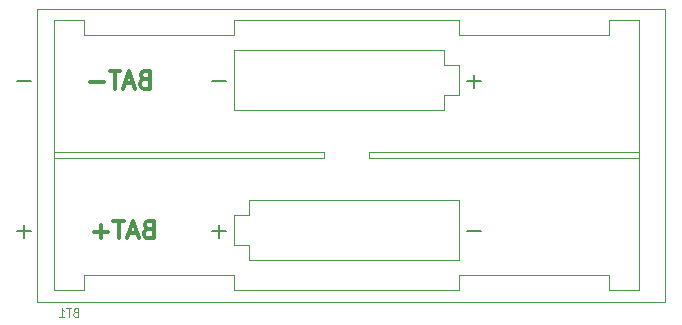
<source format=gbo>
G04 #@! TF.FileFunction,Legend,Bot*
%FSLAX46Y46*%
G04 Gerber Fmt 4.6, Leading zero omitted, Abs format (unit mm)*
G04 Created by KiCad (PCBNEW 4.0.7-e0-6372~58~ubuntu16.10.1) date Sun Jan  7 20:34:22 2018*
%MOMM*%
%LPD*%
G01*
G04 APERTURE LIST*
%ADD10C,0.100000*%
%ADD11C,0.300000*%
%ADD12C,0.120000*%
%ADD13C,0.150000*%
G04 APERTURE END LIST*
D10*
D11*
X139815714Y-101212857D02*
X139601428Y-101284286D01*
X139530000Y-101355714D01*
X139458571Y-101498571D01*
X139458571Y-101712857D01*
X139530000Y-101855714D01*
X139601428Y-101927143D01*
X139744286Y-101998571D01*
X140315714Y-101998571D01*
X140315714Y-100498571D01*
X139815714Y-100498571D01*
X139672857Y-100570000D01*
X139601428Y-100641429D01*
X139530000Y-100784286D01*
X139530000Y-100927143D01*
X139601428Y-101070000D01*
X139672857Y-101141429D01*
X139815714Y-101212857D01*
X140315714Y-101212857D01*
X138887143Y-101570000D02*
X138172857Y-101570000D01*
X139030000Y-101998571D02*
X138530000Y-100498571D01*
X138030000Y-101998571D01*
X137744286Y-100498571D02*
X136887143Y-100498571D01*
X137315714Y-101998571D02*
X137315714Y-100498571D01*
X136387143Y-101427143D02*
X135244286Y-101427143D01*
X135815715Y-101998571D02*
X135815715Y-100855714D01*
X139505714Y-88522857D02*
X139291428Y-88594286D01*
X139220000Y-88665714D01*
X139148571Y-88808571D01*
X139148571Y-89022857D01*
X139220000Y-89165714D01*
X139291428Y-89237143D01*
X139434286Y-89308571D01*
X140005714Y-89308571D01*
X140005714Y-87808571D01*
X139505714Y-87808571D01*
X139362857Y-87880000D01*
X139291428Y-87951429D01*
X139220000Y-88094286D01*
X139220000Y-88237143D01*
X139291428Y-88380000D01*
X139362857Y-88451429D01*
X139505714Y-88522857D01*
X140005714Y-88522857D01*
X138577143Y-88880000D02*
X137862857Y-88880000D01*
X138720000Y-89308571D02*
X138220000Y-87808571D01*
X137720000Y-89308571D01*
X137434286Y-87808571D02*
X136577143Y-87808571D01*
X137005714Y-89308571D02*
X137005714Y-87808571D01*
X136077143Y-88737143D02*
X134934286Y-88737143D01*
D12*
X183614000Y-82549500D02*
X183614000Y-107349500D01*
X130414000Y-82549500D02*
X183614000Y-82549500D01*
X130414000Y-107349500D02*
X130414000Y-82549500D01*
X183614000Y-107349500D02*
X130414000Y-107349500D01*
X147084000Y-86059500D02*
X147084000Y-91139500D01*
X147084000Y-91139500D02*
X164864000Y-91139500D01*
X164864000Y-91139500D02*
X164864000Y-89869500D01*
X164864000Y-89869500D02*
X166134000Y-89869500D01*
X166134000Y-89869500D02*
X166134000Y-87329500D01*
X166134000Y-87329500D02*
X164864000Y-87329500D01*
X164864000Y-87329500D02*
X164864000Y-86059500D01*
X164864000Y-86059500D02*
X147084000Y-86059500D01*
X166134000Y-102569500D02*
X166134000Y-98759500D01*
X166134000Y-98759500D02*
X148354000Y-98759500D01*
X148354000Y-98759500D02*
X148354000Y-100029500D01*
X148354000Y-100029500D02*
X147084000Y-100029500D01*
X147084000Y-100029500D02*
X147084000Y-102569500D01*
X147084000Y-102569500D02*
X148354000Y-102569500D01*
X148354000Y-102569500D02*
X148354000Y-103839500D01*
X148354000Y-103839500D02*
X166134000Y-103839500D01*
X166134000Y-103839500D02*
X166134000Y-102569500D01*
X131844000Y-95203500D02*
X154704000Y-95203500D01*
X154704000Y-95203500D02*
X154704000Y-94695500D01*
X154704000Y-94695500D02*
X131844000Y-94695500D01*
X181374000Y-95203500D02*
X158514000Y-95203500D01*
X158514000Y-95203500D02*
X158514000Y-94695500D01*
X158514000Y-94695500D02*
X181374000Y-94695500D01*
X147084000Y-84789500D02*
X147084000Y-83519500D01*
X147084000Y-83519500D02*
X166134000Y-83519500D01*
X166134000Y-83519500D02*
X166134000Y-84789500D01*
X178834000Y-105109500D02*
X166134000Y-105109500D01*
X166134000Y-105109500D02*
X166134000Y-106379500D01*
X166134000Y-106379500D02*
X147084000Y-106379500D01*
X147084000Y-106379500D02*
X147084000Y-105109500D01*
X178834000Y-84789500D02*
X166134000Y-84789500D01*
X134384000Y-105109500D02*
X147084000Y-105109500D01*
X134384000Y-105109500D02*
X134384000Y-106379500D01*
X134384000Y-106379500D02*
X131844000Y-106379500D01*
X131844000Y-106379500D02*
X131844000Y-83519500D01*
X131844000Y-83519500D02*
X134384000Y-83519500D01*
X134384000Y-83519500D02*
X134384000Y-84789500D01*
X134384000Y-84789500D02*
X147084000Y-84789500D01*
X181374000Y-106379500D02*
X178834000Y-106379500D01*
X178834000Y-106379500D02*
X178834000Y-105109500D01*
X181374000Y-106379500D02*
X181374000Y-83519500D01*
X181374000Y-83519500D02*
X178834000Y-83519500D01*
X178834000Y-83519500D02*
X178834000Y-84789500D01*
X133664000Y-108249500D02*
X133564000Y-108282833D01*
X133530667Y-108316167D01*
X133497333Y-108382833D01*
X133497333Y-108482833D01*
X133530667Y-108549500D01*
X133564000Y-108582833D01*
X133630667Y-108616167D01*
X133897333Y-108616167D01*
X133897333Y-107916167D01*
X133664000Y-107916167D01*
X133597333Y-107949500D01*
X133564000Y-107982833D01*
X133530667Y-108049500D01*
X133530667Y-108116167D01*
X133564000Y-108182833D01*
X133597333Y-108216167D01*
X133664000Y-108249500D01*
X133897333Y-108249500D01*
X133297333Y-107916167D02*
X132897333Y-107916167D01*
X133097333Y-108616167D02*
X133097333Y-107916167D01*
X132297334Y-108616167D02*
X132697334Y-108616167D01*
X132497334Y-108616167D02*
X132497334Y-107916167D01*
X132564000Y-108016167D01*
X132630667Y-108082833D01*
X132697334Y-108116167D01*
D13*
X167975428Y-101406643D02*
X166832571Y-101406643D01*
X146385428Y-101406643D02*
X145242571Y-101406643D01*
X145814000Y-101978071D02*
X145814000Y-100835214D01*
X167975428Y-88706643D02*
X166832571Y-88706643D01*
X167404000Y-89278071D02*
X167404000Y-88135214D01*
X146385428Y-88706643D02*
X145242571Y-88706643D01*
X129875428Y-101406643D02*
X128732571Y-101406643D01*
X129304000Y-101978071D02*
X129304000Y-100835214D01*
X129875428Y-88706643D02*
X128732571Y-88706643D01*
M02*

</source>
